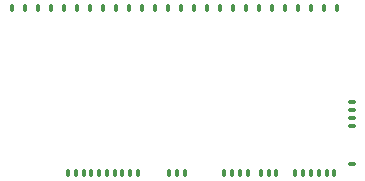
<source format=gbs>
G04*
G04 #@! TF.GenerationSoftware,Altium Limited,Altium Designer,20.0.10 (225)*
G04*
G04 Layer_Color=16711935*
%FSLAX25Y25*%
%MOIN*%
G70*
G01*
G75*
G04:AMPARAMS|DCode=47|XSize=15.35mil|YSize=25.2mil|CornerRadius=7.68mil|HoleSize=0mil|Usage=FLASHONLY|Rotation=0.000|XOffset=0mil|YOffset=0mil|HoleType=Round|Shape=RoundedRectangle|*
%AMROUNDEDRECTD47*
21,1,0.01535,0.00984,0,0,0.0*
21,1,0.00000,0.02520,0,0,0.0*
1,1,0.01535,0.00000,-0.00492*
1,1,0.01535,0.00000,-0.00492*
1,1,0.01535,0.00000,0.00492*
1,1,0.01535,0.00000,0.00492*
%
%ADD47ROUNDEDRECTD47*%
G04:AMPARAMS|DCode=48|XSize=15.35mil|YSize=25.2mil|CornerRadius=7.68mil|HoleSize=0mil|Usage=FLASHONLY|Rotation=90.000|XOffset=0mil|YOffset=0mil|HoleType=Round|Shape=RoundedRectangle|*
%AMROUNDEDRECTD48*
21,1,0.01535,0.00984,0,0,90.0*
21,1,0.00000,0.02520,0,0,90.0*
1,1,0.01535,0.00492,0.00000*
1,1,0.01535,0.00492,0.00000*
1,1,0.01535,-0.00492,0.00000*
1,1,0.01535,-0.00492,0.00000*
%
%ADD48ROUNDEDRECTD48*%
D47*
X115669Y56406D02*
D03*
X111338D02*
D03*
X107008D02*
D03*
X102677D02*
D03*
X98346D02*
D03*
X94016D02*
D03*
X89685D02*
D03*
X85354D02*
D03*
X81024D02*
D03*
X76693D02*
D03*
X72362D02*
D03*
X68031D02*
D03*
X63701D02*
D03*
X59370D02*
D03*
X55039D02*
D03*
X50709D02*
D03*
X46378D02*
D03*
X42047D02*
D03*
X37716D02*
D03*
X33386D02*
D03*
X29055D02*
D03*
X24724D02*
D03*
X25886Y1437D02*
D03*
X28484D02*
D03*
X31083D02*
D03*
X33681D02*
D03*
X36280D02*
D03*
X38878D02*
D03*
X41476D02*
D03*
X44075D02*
D03*
X46673D02*
D03*
X49272D02*
D03*
X59689D02*
D03*
X62287D02*
D03*
X64886D02*
D03*
X77981D02*
D03*
X80579D02*
D03*
X83178D02*
D03*
X85776D02*
D03*
X90189D02*
D03*
X92787D02*
D03*
X95386D02*
D03*
X101689D02*
D03*
X104287D02*
D03*
X106886D02*
D03*
X109484D02*
D03*
X112083D02*
D03*
X114681D02*
D03*
X7402Y56406D02*
D03*
X11732D02*
D03*
X16063D02*
D03*
X20394D02*
D03*
D48*
X120669Y17237D02*
D03*
Y19835D02*
D03*
Y22434D02*
D03*
Y25032D02*
D03*
Y4245D02*
D03*
M02*

</source>
